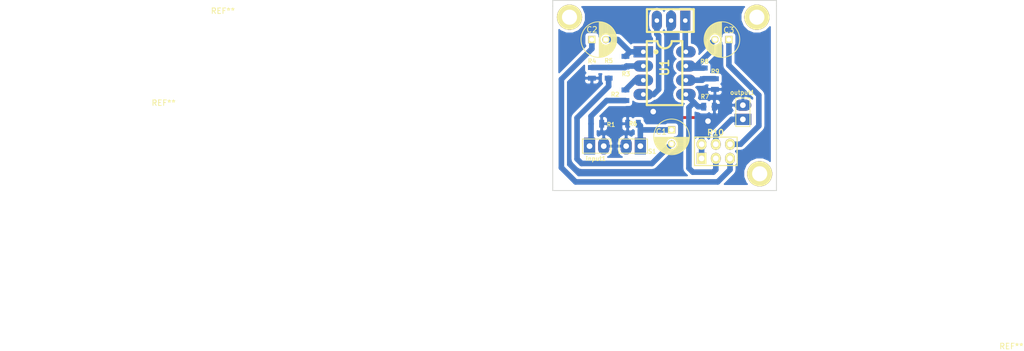
<source format=kicad_pcb>
(kicad_pcb (version 4) (host pcbnew 4.0.6)

  (general
    (links 32)
    (no_connects 0)
    (area 146.942857 61.05 215.35 104.700001)
    (thickness 1.6)
    (drawings 8)
    (tracks 99)
    (zones 0)
    (modules 21)
    (nets 16)
  )

  (page A4)
  (layers
    (0 F.Cu signal)
    (31 B.Cu signal)
    (32 B.Adhes user)
    (33 F.Adhes user)
    (34 B.Paste user)
    (35 F.Paste user)
    (36 B.SilkS user)
    (37 F.SilkS user)
    (38 B.Mask user)
    (39 F.Mask user)
    (40 Dwgs.User user)
    (41 Cmts.User user)
    (42 Eco1.User user)
    (43 Eco2.User user)
    (44 Edge.Cuts user)
    (45 Margin user hide)
    (46 B.CrtYd user)
    (47 F.CrtYd user)
    (48 B.Fab user)
    (49 F.Fab user)
  )

  (setup
    (last_trace_width 0.25)
    (user_trace_width 0.5)
    (user_trace_width 0.75)
    (user_trace_width 1)
    (user_trace_width 1.25)
    (user_trace_width 1.5)
    (trace_clearance 0.2)
    (zone_clearance 0.5)
    (zone_45_only no)
    (trace_min 0.2)
    (segment_width 0.2)
    (edge_width 0.15)
    (via_size 0.6)
    (via_drill 0.4)
    (via_min_size 0.4)
    (via_min_drill 0.3)
    (user_via 2.2 1)
    (uvia_size 0.3)
    (uvia_drill 0.1)
    (uvias_allowed no)
    (uvia_min_size 0.2)
    (uvia_min_drill 0.1)
    (pcb_text_width 0.3)
    (pcb_text_size 1.5 1.5)
    (mod_edge_width 0.15)
    (mod_text_size 1 1)
    (mod_text_width 0.15)
    (pad_size 1.524 1.524)
    (pad_drill 0.762)
    (pad_to_mask_clearance 0.2)
    (aux_axis_origin 0 0)
    (visible_elements 7FFEC67F)
    (pcbplotparams
      (layerselection 0x01000_80000000)
      (usegerberextensions false)
      (excludeedgelayer false)
      (linewidth 0.100000)
      (plotframeref false)
      (viasonmask false)
      (mode 1)
      (useauxorigin false)
      (hpglpennumber 1)
      (hpglpenspeed 20)
      (hpglpendiameter 15)
      (hpglpenoverlay 2)
      (psnegative false)
      (psa4output false)
      (plotreference false)
      (plotvalue false)
      (plotinvisibletext false)
      (padsonsilk false)
      (subtractmaskfromsilk false)
      (outputformat 4)
      (mirror false)
      (drillshape 0)
      (scaleselection 1)
      (outputdirectory ""))
  )

  (net 0 "")
  (net 1 "Net-(C1-Pad2)")
  (net 2 "Net-(C1-Pad1)")
  (net 3 "Net-(C2-Pad2)")
  (net 4 "Net-(C2-Pad1)")
  (net 5 "Net-(C3-Pad2)")
  (net 6 "Net-(C3-Pad1)")
  (net 7 "Net-(R1-Pad1)")
  (net 8 GND)
  (net 9 "Net-(R10-Pad5)")
  (net 10 +V)
  (net 11 -V)
  (net 12 "Net-(R2-Pad1)")
  (net 13 "Net-(R3-Pad2)")
  (net 14 "Net-(R10-Pad2)")
  (net 15 "Net-(R8-Pad2)")

  (net_class Default "This is the default net class."
    (clearance 0.2)
    (trace_width 0.25)
    (via_dia 0.6)
    (via_drill 0.4)
    (uvia_dia 0.3)
    (uvia_drill 0.1)
    (add_net +V)
    (add_net -V)
    (add_net GND)
    (add_net "Net-(C1-Pad1)")
    (add_net "Net-(C1-Pad2)")
    (add_net "Net-(C2-Pad1)")
    (add_net "Net-(C2-Pad2)")
    (add_net "Net-(C3-Pad1)")
    (add_net "Net-(C3-Pad2)")
    (add_net "Net-(R1-Pad1)")
    (add_net "Net-(R10-Pad2)")
    (add_net "Net-(R10-Pad5)")
    (add_net "Net-(R2-Pad1)")
    (add_net "Net-(R3-Pad2)")
    (add_net "Net-(R8-Pad2)")
  )

  (module Konektori:K_2x1 (layer F.Cu) (tedit 51BDFB59) (tstamp 56F18453)
    (at 167.85 90.05)
    (descr "Connecteurs 2 pins")
    (tags "CONN DEV")
    (path /56F1790E)
    (fp_text reference input1 (at -0.15 2.24) (layer F.SilkS)
      (effects (font (size 0.762 0.762) (thickness 0.1524)))
    )
    (fp_text value K_2X1 (at 0 2.0955) (layer F.SilkS) hide
      (effects (font (size 0.762 0.762) (thickness 0.1524)))
    )
    (fp_line (start -2.54 1.27) (end -2.54 -1.27) (layer F.SilkS) (width 0.1524))
    (fp_line (start -2.54 -1.27) (end 2.54 -1.27) (layer F.SilkS) (width 0.1524))
    (fp_line (start 2.54 -1.27) (end 2.54 1.27) (layer F.SilkS) (width 0.1524))
    (fp_line (start 2.54 1.27) (end -2.54 1.27) (layer F.SilkS) (width 0.1524))
    (pad 1 thru_hole rect (at -1.27 0) (size 1.99898 2.99974) (drill 1.016) (layers *.Cu *.Mask)
      (net 7 "Net-(R1-Pad1)"))
    (pad 2 thru_hole oval (at 1.27 0) (size 1.99898 2.99974) (drill 1.016) (layers *.Cu *.Mask)
      (net 8 GND))
    (model pin_array/pins_array_2x1.wrl
      (at (xyz 0 0 0))
      (scale (xyz 1 1 1))
      (rotate (xyz 0 0 0))
    )
  )

  (module Konektori:K_2x1 (layer F.Cu) (tedit 51BDFB59) (tstamp 56F184A6)
    (at 174.4 90.05 180)
    (descr "Connecteurs 2 pins")
    (tags "CONN DEV")
    (path /56F17C69)
    (fp_text reference S1 (at -3.38 -0.95 180) (layer F.SilkS)
      (effects (font (size 0.762 0.762) (thickness 0.1524)))
    )
    (fp_text value S_1 (at 0 2.0955 180) (layer F.SilkS) hide
      (effects (font (size 0.762 0.762) (thickness 0.1524)))
    )
    (fp_line (start -2.54 1.27) (end -2.54 -1.27) (layer F.SilkS) (width 0.1524))
    (fp_line (start -2.54 -1.27) (end 2.54 -1.27) (layer F.SilkS) (width 0.1524))
    (fp_line (start 2.54 -1.27) (end 2.54 1.27) (layer F.SilkS) (width 0.1524))
    (fp_line (start 2.54 1.27) (end -2.54 1.27) (layer F.SilkS) (width 0.1524))
    (pad 1 thru_hole rect (at -1.27 0 180) (size 1.99898 2.99974) (drill 1.016) (layers *.Cu *.Mask)
      (net 2 "Net-(C1-Pad1)"))
    (pad 2 thru_hole oval (at 1.27 0 180) (size 1.99898 2.99974) (drill 1.016) (layers *.Cu *.Mask)
      (net 8 GND))
    (model pin_array/pins_array_2x1.wrl
      (at (xyz 0 0 0))
      (scale (xyz 1 1 1))
      (rotate (xyz 0 0 0))
    )
  )

  (module Capacitors_ThroughHole:C_Radial_D6.3_L11.2_P2.5 (layer F.Cu) (tedit 0) (tstamp 56F18441)
    (at 181.25 87.15 270)
    (descr "Radial Electrolytic Capacitor, Diameter 6.3mm x Length 11.2mm, Pitch 2.5mm")
    (tags "Electrolytic Capacitor")
    (path /56F17BBA)
    (fp_text reference C1 (at 0.34 1.84 360) (layer F.SilkS)
      (effects (font (size 1 1) (thickness 0.15)))
    )
    (fp_text value CP (at 6.97 -0.16 360) (layer F.Fab)
      (effects (font (size 1 1) (thickness 0.15)))
    )
    (fp_line (start 1.325 -3.149) (end 1.325 3.149) (layer F.SilkS) (width 0.15))
    (fp_line (start 1.465 -3.143) (end 1.465 3.143) (layer F.SilkS) (width 0.15))
    (fp_line (start 1.605 -3.13) (end 1.605 -0.446) (layer F.SilkS) (width 0.15))
    (fp_line (start 1.605 0.446) (end 1.605 3.13) (layer F.SilkS) (width 0.15))
    (fp_line (start 1.745 -3.111) (end 1.745 -0.656) (layer F.SilkS) (width 0.15))
    (fp_line (start 1.745 0.656) (end 1.745 3.111) (layer F.SilkS) (width 0.15))
    (fp_line (start 1.885 -3.085) (end 1.885 -0.789) (layer F.SilkS) (width 0.15))
    (fp_line (start 1.885 0.789) (end 1.885 3.085) (layer F.SilkS) (width 0.15))
    (fp_line (start 2.025 -3.053) (end 2.025 -0.88) (layer F.SilkS) (width 0.15))
    (fp_line (start 2.025 0.88) (end 2.025 3.053) (layer F.SilkS) (width 0.15))
    (fp_line (start 2.165 -3.014) (end 2.165 -0.942) (layer F.SilkS) (width 0.15))
    (fp_line (start 2.165 0.942) (end 2.165 3.014) (layer F.SilkS) (width 0.15))
    (fp_line (start 2.305 -2.968) (end 2.305 -0.981) (layer F.SilkS) (width 0.15))
    (fp_line (start 2.305 0.981) (end 2.305 2.968) (layer F.SilkS) (width 0.15))
    (fp_line (start 2.445 -2.915) (end 2.445 -0.998) (layer F.SilkS) (width 0.15))
    (fp_line (start 2.445 0.998) (end 2.445 2.915) (layer F.SilkS) (width 0.15))
    (fp_line (start 2.585 -2.853) (end 2.585 -0.996) (layer F.SilkS) (width 0.15))
    (fp_line (start 2.585 0.996) (end 2.585 2.853) (layer F.SilkS) (width 0.15))
    (fp_line (start 2.725 -2.783) (end 2.725 -0.974) (layer F.SilkS) (width 0.15))
    (fp_line (start 2.725 0.974) (end 2.725 2.783) (layer F.SilkS) (width 0.15))
    (fp_line (start 2.865 -2.704) (end 2.865 -0.931) (layer F.SilkS) (width 0.15))
    (fp_line (start 2.865 0.931) (end 2.865 2.704) (layer F.SilkS) (width 0.15))
    (fp_line (start 3.005 -2.616) (end 3.005 -0.863) (layer F.SilkS) (width 0.15))
    (fp_line (start 3.005 0.863) (end 3.005 2.616) (layer F.SilkS) (width 0.15))
    (fp_line (start 3.145 -2.516) (end 3.145 -0.764) (layer F.SilkS) (width 0.15))
    (fp_line (start 3.145 0.764) (end 3.145 2.516) (layer F.SilkS) (width 0.15))
    (fp_line (start 3.285 -2.404) (end 3.285 -0.619) (layer F.SilkS) (width 0.15))
    (fp_line (start 3.285 0.619) (end 3.285 2.404) (layer F.SilkS) (width 0.15))
    (fp_line (start 3.425 -2.279) (end 3.425 -0.38) (layer F.SilkS) (width 0.15))
    (fp_line (start 3.425 0.38) (end 3.425 2.279) (layer F.SilkS) (width 0.15))
    (fp_line (start 3.565 -2.136) (end 3.565 2.136) (layer F.SilkS) (width 0.15))
    (fp_line (start 3.705 -1.974) (end 3.705 1.974) (layer F.SilkS) (width 0.15))
    (fp_line (start 3.845 -1.786) (end 3.845 1.786) (layer F.SilkS) (width 0.15))
    (fp_line (start 3.985 -1.563) (end 3.985 1.563) (layer F.SilkS) (width 0.15))
    (fp_line (start 4.125 -1.287) (end 4.125 1.287) (layer F.SilkS) (width 0.15))
    (fp_line (start 4.265 -0.912) (end 4.265 0.912) (layer F.SilkS) (width 0.15))
    (fp_circle (center 2.5 0) (end 2.5 -1) (layer F.SilkS) (width 0.15))
    (fp_circle (center 1.25 0) (end 1.25 -3.1875) (layer F.SilkS) (width 0.15))
    (fp_circle (center 1.25 0) (end 1.25 -3.4) (layer F.CrtYd) (width 0.05))
    (pad 2 thru_hole circle (at 2.5 0 270) (size 1.3 1.3) (drill 0.8) (layers *.Cu *.Mask F.SilkS)
      (net 1 "Net-(C1-Pad2)"))
    (pad 1 thru_hole rect (at 0 0 270) (size 1.3 1.3) (drill 0.8) (layers *.Cu *.Mask F.SilkS)
      (net 2 "Net-(C1-Pad1)"))
    (model Capacitors_ThroughHole.3dshapes/C_Radial_D6.3_L11.2_P2.5.wrl
      (at (xyz 0 0 0))
      (scale (xyz 1 1 1))
      (rotate (xyz 0 0 0))
    )
  )

  (module "Elektronicki elementi:R_SMD_0805_NoSilk" (layer B.Cu) (tedit 53A2E750) (tstamp 56F18466)
    (at 167.8025 86.05)
    (path /56F17A0A)
    (attr smd)
    (fp_text reference R1 (at 2.6175 0.16) (layer F.SilkS)
      (effects (font (size 0.762 0.762) (thickness 0.1524)))
    )
    (fp_text value R (at 0 0) (layer B.SilkS) hide
      (effects (font (size 0.635 0.635) (thickness 0.127)) (justify mirror))
    )
    (pad 1 smd rect (at -0.9525 0) (size 0.889 1.397) (layers B.Cu B.Paste B.Mask)
      (net 7 "Net-(R1-Pad1)"))
    (pad 2 smd rect (at 0.9525 0) (size 0.889 1.397) (layers B.Cu B.Paste B.Mask)
      (net 8 GND))
    (model smd/chip_cms.wrl
      (at (xyz 0 0 0))
      (scale (xyz 0.1 0.1 0.1))
      (rotate (xyz 0 0 0))
    )
  )

  (module "Elektronicki elementi:R_SMD_0805_NoSilk" (layer B.Cu) (tedit 53A2E750) (tstamp 56F18484)
    (at 174.3525 86.05 180)
    (path /56F17CE4)
    (attr smd)
    (fp_text reference R6 (at 0 0 180) (layer F.SilkS)
      (effects (font (size 0.762 0.762) (thickness 0.1524)))
    )
    (fp_text value R (at 0 0 180) (layer B.SilkS) hide
      (effects (font (size 0.635 0.635) (thickness 0.127)) (justify mirror))
    )
    (pad 1 smd rect (at -0.9525 0 180) (size 0.889 1.397) (layers B.Cu B.Paste B.Mask)
      (net 2 "Net-(C1-Pad1)"))
    (pad 2 smd rect (at 0.9525 0 180) (size 0.889 1.397) (layers B.Cu B.Paste B.Mask)
      (net 8 GND))
    (model smd/chip_cms.wrl
      (at (xyz 0 0 0))
      (scale (xyz 0.1 0.1 0.1))
      (rotate (xyz 0 0 0))
    )
  )

  (module Capacitors_ThroughHole:C_Radial_D6.3_L11.2_P2.5 (layer F.Cu) (tedit 0) (tstamp 56F18447)
    (at 167 71)
    (descr "Radial Electrolytic Capacitor, Diameter 6.3mm x Length 11.2mm, Pitch 2.5mm")
    (tags "Electrolytic Capacitor")
    (path /56F17D59)
    (fp_text reference C2 (at 0.01 -1.78) (layer F.SilkS)
      (effects (font (size 1 1) (thickness 0.15)))
    )
    (fp_text value CP (at -9.69 1.9) (layer F.Fab)
      (effects (font (size 1 1) (thickness 0.15)))
    )
    (fp_line (start 1.325 -3.149) (end 1.325 3.149) (layer F.SilkS) (width 0.15))
    (fp_line (start 1.465 -3.143) (end 1.465 3.143) (layer F.SilkS) (width 0.15))
    (fp_line (start 1.605 -3.13) (end 1.605 -0.446) (layer F.SilkS) (width 0.15))
    (fp_line (start 1.605 0.446) (end 1.605 3.13) (layer F.SilkS) (width 0.15))
    (fp_line (start 1.745 -3.111) (end 1.745 -0.656) (layer F.SilkS) (width 0.15))
    (fp_line (start 1.745 0.656) (end 1.745 3.111) (layer F.SilkS) (width 0.15))
    (fp_line (start 1.885 -3.085) (end 1.885 -0.789) (layer F.SilkS) (width 0.15))
    (fp_line (start 1.885 0.789) (end 1.885 3.085) (layer F.SilkS) (width 0.15))
    (fp_line (start 2.025 -3.053) (end 2.025 -0.88) (layer F.SilkS) (width 0.15))
    (fp_line (start 2.025 0.88) (end 2.025 3.053) (layer F.SilkS) (width 0.15))
    (fp_line (start 2.165 -3.014) (end 2.165 -0.942) (layer F.SilkS) (width 0.15))
    (fp_line (start 2.165 0.942) (end 2.165 3.014) (layer F.SilkS) (width 0.15))
    (fp_line (start 2.305 -2.968) (end 2.305 -0.981) (layer F.SilkS) (width 0.15))
    (fp_line (start 2.305 0.981) (end 2.305 2.968) (layer F.SilkS) (width 0.15))
    (fp_line (start 2.445 -2.915) (end 2.445 -0.998) (layer F.SilkS) (width 0.15))
    (fp_line (start 2.445 0.998) (end 2.445 2.915) (layer F.SilkS) (width 0.15))
    (fp_line (start 2.585 -2.853) (end 2.585 -0.996) (layer F.SilkS) (width 0.15))
    (fp_line (start 2.585 0.996) (end 2.585 2.853) (layer F.SilkS) (width 0.15))
    (fp_line (start 2.725 -2.783) (end 2.725 -0.974) (layer F.SilkS) (width 0.15))
    (fp_line (start 2.725 0.974) (end 2.725 2.783) (layer F.SilkS) (width 0.15))
    (fp_line (start 2.865 -2.704) (end 2.865 -0.931) (layer F.SilkS) (width 0.15))
    (fp_line (start 2.865 0.931) (end 2.865 2.704) (layer F.SilkS) (width 0.15))
    (fp_line (start 3.005 -2.616) (end 3.005 -0.863) (layer F.SilkS) (width 0.15))
    (fp_line (start 3.005 0.863) (end 3.005 2.616) (layer F.SilkS) (width 0.15))
    (fp_line (start 3.145 -2.516) (end 3.145 -0.764) (layer F.SilkS) (width 0.15))
    (fp_line (start 3.145 0.764) (end 3.145 2.516) (layer F.SilkS) (width 0.15))
    (fp_line (start 3.285 -2.404) (end 3.285 -0.619) (layer F.SilkS) (width 0.15))
    (fp_line (start 3.285 0.619) (end 3.285 2.404) (layer F.SilkS) (width 0.15))
    (fp_line (start 3.425 -2.279) (end 3.425 -0.38) (layer F.SilkS) (width 0.15))
    (fp_line (start 3.425 0.38) (end 3.425 2.279) (layer F.SilkS) (width 0.15))
    (fp_line (start 3.565 -2.136) (end 3.565 2.136) (layer F.SilkS) (width 0.15))
    (fp_line (start 3.705 -1.974) (end 3.705 1.974) (layer F.SilkS) (width 0.15))
    (fp_line (start 3.845 -1.786) (end 3.845 1.786) (layer F.SilkS) (width 0.15))
    (fp_line (start 3.985 -1.563) (end 3.985 1.563) (layer F.SilkS) (width 0.15))
    (fp_line (start 4.125 -1.287) (end 4.125 1.287) (layer F.SilkS) (width 0.15))
    (fp_line (start 4.265 -0.912) (end 4.265 0.912) (layer F.SilkS) (width 0.15))
    (fp_circle (center 2.5 0) (end 2.5 -1) (layer F.SilkS) (width 0.15))
    (fp_circle (center 1.25 0) (end 1.25 -3.1875) (layer F.SilkS) (width 0.15))
    (fp_circle (center 1.25 0) (end 1.25 -3.4) (layer F.CrtYd) (width 0.05))
    (pad 2 thru_hole circle (at 2.5 0) (size 1.3 1.3) (drill 0.8) (layers *.Cu *.Mask F.SilkS)
      (net 3 "Net-(C2-Pad2)"))
    (pad 1 thru_hole rect (at 0 0) (size 1.3 1.3) (drill 0.8) (layers *.Cu *.Mask F.SilkS)
      (net 4 "Net-(C2-Pad1)"))
    (model Capacitors_ThroughHole.3dshapes/C_Radial_D6.3_L11.2_P2.5.wrl
      (at (xyz 0 0 0))
      (scale (xyz 1 1 1))
      (rotate (xyz 0 0 0))
    )
  )

  (module Capacitors_ThroughHole:C_Radial_D6.3_L11.2_P2.5 (layer F.Cu) (tedit 0) (tstamp 56F1844D)
    (at 191.5 71 180)
    (descr "Radial Electrolytic Capacitor, Diameter 6.3mm x Length 11.2mm, Pitch 2.5mm")
    (tags "Electrolytic Capacitor")
    (path /56F1961B)
    (fp_text reference C3 (at 0.01 1.69 180) (layer F.SilkS)
      (effects (font (size 1 1) (thickness 0.15)))
    )
    (fp_text value CP (at -4.22 0.31 180) (layer F.Fab)
      (effects (font (size 1 1) (thickness 0.15)))
    )
    (fp_line (start 1.325 -3.149) (end 1.325 3.149) (layer F.SilkS) (width 0.15))
    (fp_line (start 1.465 -3.143) (end 1.465 3.143) (layer F.SilkS) (width 0.15))
    (fp_line (start 1.605 -3.13) (end 1.605 -0.446) (layer F.SilkS) (width 0.15))
    (fp_line (start 1.605 0.446) (end 1.605 3.13) (layer F.SilkS) (width 0.15))
    (fp_line (start 1.745 -3.111) (end 1.745 -0.656) (layer F.SilkS) (width 0.15))
    (fp_line (start 1.745 0.656) (end 1.745 3.111) (layer F.SilkS) (width 0.15))
    (fp_line (start 1.885 -3.085) (end 1.885 -0.789) (layer F.SilkS) (width 0.15))
    (fp_line (start 1.885 0.789) (end 1.885 3.085) (layer F.SilkS) (width 0.15))
    (fp_line (start 2.025 -3.053) (end 2.025 -0.88) (layer F.SilkS) (width 0.15))
    (fp_line (start 2.025 0.88) (end 2.025 3.053) (layer F.SilkS) (width 0.15))
    (fp_line (start 2.165 -3.014) (end 2.165 -0.942) (layer F.SilkS) (width 0.15))
    (fp_line (start 2.165 0.942) (end 2.165 3.014) (layer F.SilkS) (width 0.15))
    (fp_line (start 2.305 -2.968) (end 2.305 -0.981) (layer F.SilkS) (width 0.15))
    (fp_line (start 2.305 0.981) (end 2.305 2.968) (layer F.SilkS) (width 0.15))
    (fp_line (start 2.445 -2.915) (end 2.445 -0.998) (layer F.SilkS) (width 0.15))
    (fp_line (start 2.445 0.998) (end 2.445 2.915) (layer F.SilkS) (width 0.15))
    (fp_line (start 2.585 -2.853) (end 2.585 -0.996) (layer F.SilkS) (width 0.15))
    (fp_line (start 2.585 0.996) (end 2.585 2.853) (layer F.SilkS) (width 0.15))
    (fp_line (start 2.725 -2.783) (end 2.725 -0.974) (layer F.SilkS) (width 0.15))
    (fp_line (start 2.725 0.974) (end 2.725 2.783) (layer F.SilkS) (width 0.15))
    (fp_line (start 2.865 -2.704) (end 2.865 -0.931) (layer F.SilkS) (width 0.15))
    (fp_line (start 2.865 0.931) (end 2.865 2.704) (layer F.SilkS) (width 0.15))
    (fp_line (start 3.005 -2.616) (end 3.005 -0.863) (layer F.SilkS) (width 0.15))
    (fp_line (start 3.005 0.863) (end 3.005 2.616) (layer F.SilkS) (width 0.15))
    (fp_line (start 3.145 -2.516) (end 3.145 -0.764) (layer F.SilkS) (width 0.15))
    (fp_line (start 3.145 0.764) (end 3.145 2.516) (layer F.SilkS) (width 0.15))
    (fp_line (start 3.285 -2.404) (end 3.285 -0.619) (layer F.SilkS) (width 0.15))
    (fp_line (start 3.285 0.619) (end 3.285 2.404) (layer F.SilkS) (width 0.15))
    (fp_line (start 3.425 -2.279) (end 3.425 -0.38) (layer F.SilkS) (width 0.15))
    (fp_line (start 3.425 0.38) (end 3.425 2.279) (layer F.SilkS) (width 0.15))
    (fp_line (start 3.565 -2.136) (end 3.565 2.136) (layer F.SilkS) (width 0.15))
    (fp_line (start 3.705 -1.974) (end 3.705 1.974) (layer F.SilkS) (width 0.15))
    (fp_line (start 3.845 -1.786) (end 3.845 1.786) (layer F.SilkS) (width 0.15))
    (fp_line (start 3.985 -1.563) (end 3.985 1.563) (layer F.SilkS) (width 0.15))
    (fp_line (start 4.125 -1.287) (end 4.125 1.287) (layer F.SilkS) (width 0.15))
    (fp_line (start 4.265 -0.912) (end 4.265 0.912) (layer F.SilkS) (width 0.15))
    (fp_circle (center 2.5 0) (end 2.5 -1) (layer F.SilkS) (width 0.15))
    (fp_circle (center 1.25 0) (end 1.25 -3.1875) (layer F.SilkS) (width 0.15))
    (fp_circle (center 1.25 0) (end 1.25 -3.4) (layer F.CrtYd) (width 0.05))
    (pad 2 thru_hole circle (at 2.5 0 180) (size 1.3 1.3) (drill 0.8) (layers *.Cu *.Mask F.SilkS)
      (net 5 "Net-(C3-Pad2)"))
    (pad 1 thru_hole rect (at 0 0 180) (size 1.3 1.3) (drill 0.8) (layers *.Cu *.Mask F.SilkS)
      (net 6 "Net-(C3-Pad1)"))
    (model Capacitors_ThroughHole.3dshapes/C_Radial_D6.3_L11.2_P2.5.wrl
      (at (xyz 0 0 0))
      (scale (xyz 1 1 1))
      (rotate (xyz 0 0 0))
    )
  )

  (module Konektori:K_2x1 (layer F.Cu) (tedit 51BDFB59) (tstamp 56F18459)
    (at 194 84 90)
    (descr "Connecteurs 2 pins")
    (tags "CONN DEV")
    (path /56F1AA31)
    (fp_text reference output1 (at 3.53 -0.09 180) (layer F.SilkS)
      (effects (font (size 0.762 0.762) (thickness 0.1524)))
    )
    (fp_text value K_2X1 (at 0 2.0955 90) (layer F.SilkS) hide
      (effects (font (size 0.762 0.762) (thickness 0.1524)))
    )
    (fp_line (start -2.54 1.27) (end -2.54 -1.27) (layer F.SilkS) (width 0.1524))
    (fp_line (start -2.54 -1.27) (end 2.54 -1.27) (layer F.SilkS) (width 0.1524))
    (fp_line (start 2.54 -1.27) (end 2.54 1.27) (layer F.SilkS) (width 0.1524))
    (fp_line (start 2.54 1.27) (end -2.54 1.27) (layer F.SilkS) (width 0.1524))
    (pad 1 thru_hole rect (at -1.27 0 90) (size 1.99898 2.99974) (drill 1.016) (layers *.Cu *.Mask)
      (net 9 "Net-(R10-Pad5)"))
    (pad 2 thru_hole oval (at 1.27 0 90) (size 1.99898 2.99974) (drill 1.016) (layers *.Cu *.Mask)
      (net 8 GND))
    (model pin_array/pins_array_2x1.wrl
      (at (xyz 0 0 0))
      (scale (xyz 1 1 1))
      (rotate (xyz 0 0 0))
    )
  )

  (module Konektori:K_3x1_PIN_R2,54 (layer F.Cu) (tedit 529C6A5F) (tstamp 56F18460)
    (at 181.16 67.6 180)
    (path /56F1B470)
    (fp_text reference power1 (at -0.6096 -4.7752 180) (layer F.SilkS) hide
      (effects (font (thickness 0.3048)))
    )
    (fp_text value K_3X1 (at 0 5.1308 180) (layer F.SilkS) hide
      (effects (font (thickness 0.3048)))
    )
    (fp_line (start 4.318 2.032) (end 4.318 -2.032) (layer F.SilkS) (width 0.381))
    (fp_line (start 4.318 -2.032) (end -4.064 -2.032) (layer F.SilkS) (width 0.381))
    (fp_line (start -4.064 -2.032) (end -4.064 2.032) (layer F.SilkS) (width 0.381))
    (fp_line (start -4.064 2.032) (end 4.318 2.032) (layer F.SilkS) (width 0.381))
    (pad 1 thru_hole rect (at -2.54 0 180) (size 1.80086 3.50012) (drill 0.8128) (layers *.Cu *.Mask)
      (net 10 +V))
    (pad 2 thru_hole oval (at 0 0 180) (size 1.80086 3.50012) (drill 0.8128) (layers *.Cu *.Mask)
      (net 8 GND))
    (pad 3 thru_hole oval (at 2.54 0 180) (size 1.80086 3.50012) (drill 0.8128) (layers *.Cu *.Mask)
      (net 11 -V))
    (model pin_array/pins_array_3x1.wrl
      (at (xyz 0 0 0))
      (scale (xyz 1 1 1))
      (rotate (xyz 0 0 0))
    )
  )

  (module "Elektronicki elementi:R_SMD_0805_NoSilk" (layer B.Cu) (tedit 53A2E750) (tstamp 56F1846C)
    (at 173 80.9525 270)
    (path /56F1798F)
    (attr smd)
    (fp_text reference R2 (at -0.1325 1.85 360) (layer F.SilkS)
      (effects (font (size 0.762 0.762) (thickness 0.1524)))
    )
    (fp_text value R (at 0 0 270) (layer B.SilkS) hide
      (effects (font (size 0.635 0.635) (thickness 0.127)) (justify mirror))
    )
    (pad 1 smd rect (at -0.9525 0 270) (size 0.889 1.397) (layers B.Cu B.Paste B.Mask)
      (net 12 "Net-(R2-Pad1)"))
    (pad 2 smd rect (at 0.9525 0 270) (size 0.889 1.397) (layers B.Cu B.Paste B.Mask)
      (net 7 "Net-(R1-Pad1)"))
    (model smd/chip_cms.wrl
      (at (xyz 0 0 0))
      (scale (xyz 0.1 0.1 0.1))
      (rotate (xyz 0 0 0))
    )
  )

  (module "Elektronicki elementi:R_SMD_0805_NoSilk" (layer B.Cu) (tedit 53A2E750) (tstamp 56F18472)
    (at 173 74.9525 270)
    (path /56F17A5F)
    (attr smd)
    (fp_text reference R3 (at 2.1975 -0.09 360) (layer F.SilkS)
      (effects (font (size 0.762 0.762) (thickness 0.1524)))
    )
    (fp_text value R (at 0 0 270) (layer B.SilkS) hide
      (effects (font (size 0.635 0.635) (thickness 0.127)) (justify mirror))
    )
    (pad 1 smd rect (at -0.9525 0 270) (size 0.889 1.397) (layers B.Cu B.Paste B.Mask)
      (net 3 "Net-(C2-Pad2)"))
    (pad 2 smd rect (at 0.9525 0 270) (size 0.889 1.397) (layers B.Cu B.Paste B.Mask)
      (net 13 "Net-(R3-Pad2)"))
    (model smd/chip_cms.wrl
      (at (xyz 0 0 0))
      (scale (xyz 0.1 0.1 0.1))
      (rotate (xyz 0 0 0))
    )
  )

  (module "Elektronicki elementi:R_SMD_0805_NoSilk" (layer B.Cu) (tedit 53A2E750) (tstamp 56F18478)
    (at 167 76.9525 270)
    (path /56F17B63)
    (attr smd)
    (fp_text reference R4 (at -2.1025 -0.03 360) (layer F.SilkS)
      (effects (font (size 0.762 0.762) (thickness 0.1524)))
    )
    (fp_text value R (at 0 0 270) (layer B.SilkS) hide
      (effects (font (size 0.635 0.635) (thickness 0.127)) (justify mirror))
    )
    (pad 1 smd rect (at -0.9525 0 270) (size 0.889 1.397) (layers B.Cu B.Paste B.Mask)
      (net 13 "Net-(R3-Pad2)"))
    (pad 2 smd rect (at 0.9525 0 270) (size 0.889 1.397) (layers B.Cu B.Paste B.Mask)
      (net 8 GND))
    (model smd/chip_cms.wrl
      (at (xyz 0 0 0))
      (scale (xyz 0.1 0.1 0.1))
      (rotate (xyz 0 0 0))
    )
  )

  (module "Elektronicki elementi:R_SMD_0805_NoSilk" (layer B.Cu) (tedit 53A2E750) (tstamp 56F1847E)
    (at 170 76.9525 90)
    (path /56F17AD2)
    (attr smd)
    (fp_text reference R5 (at 2.1725 0.01 180) (layer F.SilkS)
      (effects (font (size 0.762 0.762) (thickness 0.1524)))
    )
    (fp_text value R (at 0 0 90) (layer B.SilkS) hide
      (effects (font (size 0.635 0.635) (thickness 0.127)) (justify mirror))
    )
    (pad 1 smd rect (at -0.9525 0 90) (size 0.889 1.397) (layers B.Cu B.Paste B.Mask)
      (net 1 "Net-(C1-Pad2)"))
    (pad 2 smd rect (at 0.9525 0 90) (size 0.889 1.397) (layers B.Cu B.Paste B.Mask)
      (net 13 "Net-(R3-Pad2)"))
    (model smd/chip_cms.wrl
      (at (xyz 0 0 0))
      (scale (xyz 0.1 0.1 0.1))
      (rotate (xyz 0 0 0))
    )
  )

  (module "Elektronicki elementi:R_SMD_0805_NoSilk" (layer B.Cu) (tedit 53A2E750) (tstamp 56F1848A)
    (at 187.9525 83)
    (path /56F194AE)
    (attr smd)
    (fp_text reference R7 (at -0.7425 -1.8) (layer F.SilkS)
      (effects (font (size 0.762 0.762) (thickness 0.1524)))
    )
    (fp_text value R (at 0 0) (layer B.SilkS) hide
      (effects (font (size 0.635 0.635) (thickness 0.127)) (justify mirror))
    )
    (pad 1 smd rect (at -0.9525 0) (size 0.889 1.397) (layers B.Cu B.Paste B.Mask)
      (net 14 "Net-(R10-Pad2)"))
    (pad 2 smd rect (at 0.9525 0) (size 0.889 1.397) (layers B.Cu B.Paste B.Mask)
      (net 8 GND))
    (model smd/chip_cms.wrl
      (at (xyz 0 0 0))
      (scale (xyz 0.1 0.1 0.1))
      (rotate (xyz 0 0 0))
    )
  )

  (module "Elektronicki elementi:R_SMD_0805_NoSilk" (layer B.Cu) (tedit 53A2E750) (tstamp 56F18490)
    (at 187 77.0475 270)
    (path /56F195BA)
    (attr smd)
    (fp_text reference R8 (at -2.1175 -0.13 360) (layer F.SilkS)
      (effects (font (size 0.762 0.762) (thickness 0.1524)))
    )
    (fp_text value R (at 0 0 270) (layer B.SilkS) hide
      (effects (font (size 0.635 0.635) (thickness 0.127)) (justify mirror))
    )
    (pad 1 smd rect (at -0.9525 0 270) (size 0.889 1.397) (layers B.Cu B.Paste B.Mask)
      (net 5 "Net-(C3-Pad2)"))
    (pad 2 smd rect (at 0.9525 0 270) (size 0.889 1.397) (layers B.Cu B.Paste B.Mask)
      (net 15 "Net-(R8-Pad2)"))
    (model smd/chip_cms.wrl
      (at (xyz 0 0 0))
      (scale (xyz 0.1 0.1 0.1))
      (rotate (xyz 0 0 0))
    )
  )

  (module "Elektronicki elementi:R_SMD_0805_NoSilk" (layer B.Cu) (tedit 53A2E750) (tstamp 56F18496)
    (at 189 78.9525 270)
    (path /56F19551)
    (attr smd)
    (fp_text reference R9 (at -2.2525 -0.05 360) (layer F.SilkS)
      (effects (font (size 0.762 0.762) (thickness 0.1524)))
    )
    (fp_text value R (at 0 0 270) (layer B.SilkS) hide
      (effects (font (size 0.635 0.635) (thickness 0.127)) (justify mirror))
    )
    (pad 1 smd rect (at -0.9525 0 270) (size 0.889 1.397) (layers B.Cu B.Paste B.Mask)
      (net 15 "Net-(R8-Pad2)"))
    (pad 2 smd rect (at 0.9525 0 270) (size 0.889 1.397) (layers B.Cu B.Paste B.Mask)
      (net 8 GND))
    (model smd/chip_cms.wrl
      (at (xyz 0 0 0))
      (scale (xyz 0.1 0.1 0.1))
      (rotate (xyz 0 0 0))
    )
  )

  (module Konektori:K_3X2 (layer F.Cu) (tedit 512DE4CE) (tstamp 56F184A0)
    (at 189.16 90.98)
    (descr "Double rangee de contacts 2 x 4 pins")
    (tags CONN)
    (path /56F25677)
    (fp_text reference R10 (at -0.05 -3.36) (layer F.SilkS)
      (effects (font (size 1.016 1.016) (thickness 0.2032)))
    )
    (fp_text value R_POT_2 (at 0 3.81) (layer F.SilkS) hide
      (effects (font (size 1.016 1.016) (thickness 0.2032)))
    )
    (fp_line (start 3.81 2.54) (end -3.81 2.54) (layer F.SilkS) (width 0.2032))
    (fp_line (start -3.81 -2.54) (end 3.81 -2.54) (layer F.SilkS) (width 0.2032))
    (fp_line (start 3.81 -2.54) (end 3.81 2.54) (layer F.SilkS) (width 0.2032))
    (fp_line (start -3.81 2.54) (end -3.81 -2.54) (layer F.SilkS) (width 0.2032))
    (pad 1 thru_hole rect (at -2.54 1.27) (size 1.75006 1.99898) (drill 1.016) (layers *.Cu *.Mask F.SilkS)
      (net 8 GND))
    (pad 4 thru_hole oval (at -2.54 -1.27) (size 1.75006 1.99898) (drill 1.016) (layers *.Cu *.Mask F.SilkS)
      (net 8 GND))
    (pad 2 thru_hole oval (at 0 1.27) (size 1.75006 1.99898) (drill 1.016) (layers *.Cu *.Mask F.SilkS)
      (net 14 "Net-(R10-Pad2)"))
    (pad 5 thru_hole oval (at 0 -1.27) (size 1.75006 1.99898) (drill 1.016) (layers *.Cu *.Mask F.SilkS)
      (net 9 "Net-(R10-Pad5)"))
    (pad 3 thru_hole oval (at 2.54 1.27) (size 1.75006 1.99898) (drill 1.016) (layers *.Cu *.Mask F.SilkS)
      (net 4 "Net-(C2-Pad1)"))
    (pad 6 thru_hole oval (at 2.54 -1.27) (size 1.75006 1.99898) (drill 1.016) (layers *.Cu *.Mask F.SilkS)
      (net 6 "Net-(C3-Pad1)"))
    (model pin_array/pins_array_3x2.wrl
      (at (xyz 0 0 0))
      (scale (xyz 1 1 1))
      (rotate (xyz 0 0 0))
    )
  )

  (module "Elektronicki elementi:DIP-8" (layer F.Cu) (tedit 56F18473) (tstamp 56F184B2)
    (at 180 77 270)
    (path /56F1793E)
    (fp_text reference U1 (at -1 0 270) (layer F.SilkS)
      (effects (font (thickness 0.3048)))
    )
    (fp_text value TL072 (at 0 7.62 270) (layer F.SilkS) hide
      (effects (font (thickness 0.3048)))
    )
    (fp_arc (start -5.715 0) (end -4.445 0) (angle 90) (layer F.SilkS) (width 0.381))
    (fp_arc (start -5.715 0) (end -5.715 -1.27) (angle 90) (layer F.SilkS) (width 0.381))
    (fp_line (start -5.715 -3.175) (end -5.715 -1.27) (layer F.SilkS) (width 0.381))
    (fp_line (start -5.715 1.27) (end -5.715 3.175) (layer F.SilkS) (width 0.381))
    (fp_line (start -5.715 3.175) (end 5.715 3.175) (layer F.SilkS) (width 0.381))
    (fp_line (start 5.715 3.175) (end 5.715 -3.175) (layer F.SilkS) (width 0.381))
    (fp_line (start 5.715 -3.175) (end -5.715 -3.175) (layer F.SilkS) (width 0.381))
    (fp_line (start -4.064 1.524) (end -3.556 1.524) (layer F.SilkS) (width 0.381))
    (fp_circle (center -3.81 1.524) (end -3.556 1.524) (layer F.SilkS) (width 0.381))
    (pad 1 thru_hole rect (at -3.81 3.81 270) (size 1.99898 3.50012) (drill 0.8128) (layers *.Cu)
      (net 3 "Net-(C2-Pad2)"))
    (pad 2 thru_hole oval (at -1.27 3.81 270) (size 1.99898 3.50012) (drill 0.8128) (layers *.Cu)
      (net 13 "Net-(R3-Pad2)"))
    (pad 3 thru_hole oval (at 1.27 3.81 270) (size 1.99898 3.50012) (drill 0.8128) (layers *.Cu)
      (net 12 "Net-(R2-Pad1)"))
    (pad 4 thru_hole oval (at 3.81 3.81 270) (size 1.99898 3.50012) (drill 0.8128) (layers *.Cu)
      (net 11 -V))
    (pad 5 thru_hole oval (at 3.81 -3.81 270) (size 1.99898 3.50012) (drill 0.8128) (layers *.Cu)
      (net 14 "Net-(R10-Pad2)"))
    (pad 6 thru_hole oval (at 1.27 -3.81 270) (size 1.99898 3.50012) (drill 0.8128) (layers *.Cu)
      (net 15 "Net-(R8-Pad2)"))
    (pad 7 thru_hole oval (at -1.27 -3.81 270) (size 1.99898 3.50012) (drill 0.8128) (layers *.Cu)
      (net 5 "Net-(C3-Pad2)"))
    (pad 8 thru_hole oval (at -3.81 -3.81 270) (size 1.99898 3.50012) (drill 0.8128) (layers *.Cu)
      (net 10 +V))
    (model dil/dil_8.wrl
      (at (xyz 0 0 0))
      (scale (xyz 1 1 1))
      (rotate (xyz 0 0 0))
    )
  )

  (module Mounting_Holes:MountingHole_2.7mm_M2.5_ISO14580_Pad (layer F.Cu) (tedit 56D1B4CB) (tstamp 5707AE1E)
    (at 163 67)
    (descr "Mounting Hole 2.7mm, M2.5, ISO14580")
    (tags "mounting hole 2.7mm m2.5 iso14580")
    (fp_text reference REF** (at -61.96 -1.12) (layer F.SilkS)
      (effects (font (size 1 1) (thickness 0.15)))
    )
    (fp_text value MountingHole_2.7mm_M2.5_ISO14580_Pad (at -71.03 6.23) (layer F.Fab)
      (effects (font (size 1 1) (thickness 0.15)))
    )
    (fp_circle (center 0 0) (end 2.25 0) (layer Cmts.User) (width 0.15))
    (fp_circle (center 0 0) (end 2.5 0) (layer F.CrtYd) (width 0.05))
    (pad 1 thru_hole circle (at 0 0) (size 4.5 4.5) (drill 2.7) (layers *.Cu *.Mask F.SilkS))
  )

  (module Mounting_Holes:MountingHole_2.7mm_M2.5_ISO14580_Pad (layer F.Cu) (tedit 56D1B4CB) (tstamp 5707AE25)
    (at 196.5 67)
    (descr "Mounting Hole 2.7mm, M2.5, ISO14580")
    (tags "mounting hole 2.7mm m2.5 iso14580")
    (fp_text reference REF** (at -106.06 15.32) (layer F.SilkS)
      (effects (font (size 1 1) (thickness 0.15)))
    )
    (fp_text value MountingHole_2.7mm_M2.5_ISO14580_Pad (at -119.34 26.1) (layer F.Fab)
      (effects (font (size 1 1) (thickness 0.15)))
    )
    (fp_circle (center 0 0) (end 2.25 0) (layer Cmts.User) (width 0.15))
    (fp_circle (center 0 0) (end 2.5 0) (layer F.CrtYd) (width 0.05))
    (pad 1 thru_hole circle (at 0 0) (size 4.5 4.5) (drill 2.7) (layers *.Cu *.Mask F.SilkS))
  )

  (module Mounting_Holes:MountingHole_2.7mm_M2.5_ISO14580_Pad (layer F.Cu) (tedit 56D1B4CB) (tstamp 5707AE2C)
    (at 197 95)
    (descr "Mounting Hole 2.7mm, M2.5, ISO14580")
    (tags "mounting hole 2.7mm m2.5 iso14580")
    (fp_text reference REF** (at 45.01 30.84) (layer F.SilkS)
      (effects (font (size 1 1) (thickness 0.15)))
    )
    (fp_text value MountingHole_2.7mm_M2.5_ISO14580_Pad (at -119.67 6.49) (layer F.Fab)
      (effects (font (size 1 1) (thickness 0.15)))
    )
    (fp_circle (center 0 0) (end 2.25 0) (layer Cmts.User) (width 0.15))
    (fp_circle (center 0 0) (end 2.5 0) (layer F.CrtYd) (width 0.05))
    (pad 1 thru_hole circle (at 0 0) (size 4.5 4.5) (drill 2.7) (layers *.Cu *.Mask F.SilkS))
  )

  (dimension 34 (width 0.3) (layer Margin)
    (gr_text "34,000 mm" (at 208.85 81 270) (layer Margin)
      (effects (font (size 1.5 1.5) (thickness 0.3)))
    )
    (feature1 (pts (xy 200 98) (xy 210.2 98)))
    (feature2 (pts (xy 200 64) (xy 210.2 64)))
    (crossbar (pts (xy 207.5 64) (xy 207.5 98)))
    (arrow1a (pts (xy 207.5 98) (xy 206.913579 96.873496)))
    (arrow1b (pts (xy 207.5 98) (xy 208.086421 96.873496)))
    (arrow2a (pts (xy 207.5 64) (xy 206.913579 65.126504)))
    (arrow2b (pts (xy 207.5 64) (xy 208.086421 65.126504)))
  )
  (dimension 40 (width 0.3) (layer Margin)
    (gr_text "40,000 mm" (at 180 103.35) (layer Margin)
      (effects (font (size 1.5 1.5) (thickness 0.3)))
    )
    (feature1 (pts (xy 200 98) (xy 200 104.7)))
    (feature2 (pts (xy 160 98) (xy 160 104.7)))
    (crossbar (pts (xy 160 102) (xy 200 102)))
    (arrow1a (pts (xy 200 102) (xy 198.873496 102.586421)))
    (arrow1b (pts (xy 200 102) (xy 198.873496 101.413579)))
    (arrow2a (pts (xy 160 102) (xy 161.126504 102.586421)))
    (arrow2b (pts (xy 160 102) (xy 161.126504 101.413579)))
  )
  (gr_line (start 160 98) (end 160 65) (layer Edge.Cuts) (width 0.15))
  (gr_line (start 200 98) (end 200 65) (layer Edge.Cuts) (width 0.15))
  (gr_line (start 160 64) (end 160 65) (layer Edge.Cuts) (width 0.15))
  (gr_line (start 200 64) (end 200 65) (layer Edge.Cuts) (width 0.15))
  (gr_line (start 200 64) (end 160 64) (angle 90) (layer Edge.Cuts) (width 0.15))
  (gr_line (start 160 98) (end 200 98) (angle 90) (layer Edge.Cuts) (width 0.15))

  (segment (start 170 77.905) (end 170 79.35) (width 1) (layer B.Cu) (net 1))
  (segment (start 170 79.35) (end 164.35 85) (width 1) (layer B.Cu) (net 1))
  (segment (start 164.35 85) (end 164.35 92.35) (width 1) (layer B.Cu) (net 1))
  (segment (start 164.35 92.35) (end 165.15 93.15) (width 1) (layer B.Cu) (net 1))
  (segment (start 165.15 93.15) (end 177.75 93.15) (width 1) (layer B.Cu) (net 1))
  (segment (start 177.75 93.15) (end 180.600001 90.299999) (width 1) (layer B.Cu) (net 1))
  (segment (start 180.600001 90.299999) (end 181.25 89.65) (width 1) (layer B.Cu) (net 1))
  (segment (start 175.67 86.415) (end 175.305 86.05) (width 1) (layer B.Cu) (net 2))
  (segment (start 175.87 87.15) (end 175.67 87.35) (width 1) (layer B.Cu) (net 2))
  (segment (start 175.67 87.35) (end 175.67 86.415) (width 1) (layer B.Cu) (net 2))
  (segment (start 181.25 87.15) (end 175.87 87.15) (width 1) (layer B.Cu) (net 2))
  (segment (start 175.67 90.05) (end 175.67 87.35) (width 1) (layer B.Cu) (net 2))
  (segment (start 169.5 71) (end 171.62 71) (width 1) (layer B.Cu) (net 3))
  (segment (start 171.62 71) (end 173.81 73.19) (width 1) (layer B.Cu) (net 3))
  (segment (start 176.19 73.19) (end 173.81 73.19) (width 1) (layer B.Cu) (net 3))
  (segment (start 173.81 73.19) (end 173 74) (width 1) (layer B.Cu) (net 3))
  (segment (start 191.7 92.25) (end 191.7 94.24949) (width 1) (layer B.Cu) (net 4))
  (segment (start 161.55 93.9) (end 161.55 78.1) (width 1) (layer B.Cu) (net 4))
  (segment (start 191.7 94.24949) (end 189.49948 96.45001) (width 1) (layer B.Cu) (net 4))
  (segment (start 189.49948 96.45001) (end 164.10001 96.45001) (width 1) (layer B.Cu) (net 4))
  (segment (start 164.10001 96.45001) (end 161.55 93.9) (width 1) (layer B.Cu) (net 4))
  (segment (start 161.55 78.1) (end 167 72.65) (width 1) (layer B.Cu) (net 4))
  (segment (start 167 72.65) (end 167 71) (width 1) (layer B.Cu) (net 4))
  (segment (start 189 71) (end 188.350001 71.649999) (width 1) (layer B.Cu) (net 5))
  (segment (start 188.350001 71.649999) (end 188.350001 73.049999) (width 1) (layer B.Cu) (net 5))
  (segment (start 188.350001 73.049999) (end 185.67 75.73) (width 1) (layer B.Cu) (net 5))
  (segment (start 185.67 75.73) (end 183.81 75.73) (width 1) (layer B.Cu) (net 5))
  (segment (start 187 76.095) (end 184.175 76.095) (width 1) (layer B.Cu) (net 5))
  (segment (start 184.175 76.095) (end 183.81 75.73) (width 1) (layer B.Cu) (net 5))
  (segment (start 196.85 86.1) (end 196.85 80.95) (width 1) (layer B.Cu) (net 6))
  (segment (start 191.7 89.71) (end 193.57503 89.71) (width 1) (layer B.Cu) (net 6))
  (segment (start 193.57503 89.71) (end 196.85 86.43503) (width 1) (layer B.Cu) (net 6))
  (segment (start 196.85 86.43503) (end 196.85 86.1) (width 1) (layer B.Cu) (net 6))
  (segment (start 196.85 80.95) (end 191.5 75.6) (width 1) (layer B.Cu) (net 6))
  (segment (start 191.5 75.6) (end 191.5 71) (width 1) (layer B.Cu) (net 6))
  (segment (start 173 81.905) (end 169.645 81.905) (width 1) (layer B.Cu) (net 7))
  (segment (start 169.645 81.905) (end 166.85 84.7) (width 1) (layer B.Cu) (net 7))
  (segment (start 166.85 84.7) (end 166.85 86.05) (width 1) (layer B.Cu) (net 7))
  (segment (start 166.85 89.78) (end 166.58 90.05) (width 1) (layer B.Cu) (net 7))
  (segment (start 166.85 86.05) (end 166.85 89.78) (width 1) (layer B.Cu) (net 7))
  (segment (start 186.11 84.94) (end 187.12 84.94) (width 0.5) (layer F.Cu) (net 8))
  (segment (start 177.97 83.88) (end 179.03 84.94) (width 0.5) (layer F.Cu) (net 8) (tstamp 56F18F27))
  (segment (start 179.03 84.94) (end 186.11 84.94) (width 0.5) (layer F.Cu) (net 8) (tstamp 56F18F28))
  (via (at 187.76 85.58) (size 2.2) (drill 1) (layers F.Cu B.Cu) (net 8))
  (segment (start 187.76 85.58) (end 187.23 86.11) (width 0.5) (layer B.Cu) (net 8) (tstamp 56F18F2F))
  (segment (start 187.23 86.11) (end 187.23 87.10051) (width 0.5) (layer B.Cu) (net 8) (tstamp 56F18F30))
  (via (at 177.97 83.88) (size 2.2) (drill 1) (layers F.Cu B.Cu) (net 8))
  (segment (start 187.12 84.94) (end 187.76 85.58) (width 0.5) (layer F.Cu) (net 8) (tstamp 56F18F51))
  (segment (start 177.95 83.9) (end 177.97 83.88) (width 0.5) (layer B.Cu) (net 8))
  (segment (start 167 77.905) (end 167 78.8495) (width 0.5) (layer B.Cu) (net 8))
  (segment (start 167 78.8495) (end 162.95 82.8995) (width 0.5) (layer B.Cu) (net 8))
  (segment (start 162.95 82.8995) (end 162.95 92.85) (width 0.5) (layer B.Cu) (net 8))
  (segment (start 162.95 92.85) (end 164.65 94.55) (width 0.5) (layer B.Cu) (net 8))
  (segment (start 164.65 94.55) (end 179.35 94.55) (width 0.5) (layer B.Cu) (net 8))
  (segment (start 179.35 94.55) (end 183 90.9) (width 0.5) (layer B.Cu) (net 8))
  (segment (start 183 90.9) (end 183 85.55) (width 0.5) (layer B.Cu) (net 8))
  (segment (start 183 85.55) (end 179.65 82.2) (width 0.5) (layer B.Cu) (net 8))
  (segment (start 180.9 80.95) (end 179.65 82.2) (width 1) (layer B.Cu) (net 8))
  (segment (start 179.65 82.2) (end 177.97 83.88) (width 1) (layer B.Cu) (net 8))
  (segment (start 181.16 67.6) (end 180.9 67.86) (width 1) (layer B.Cu) (net 8))
  (segment (start 180.9 67.86) (end 180.9 80.95) (width 1) (layer B.Cu) (net 8))
  (segment (start 173.4 89.78) (end 173.13 90.05) (width 1) (layer B.Cu) (net 8))
  (segment (start 168.755 89.685) (end 169.12 90.05) (width 1) (layer B.Cu) (net 8))
  (segment (start 186.62 89.71) (end 186.62 92.25) (width 1) (layer B.Cu) (net 8))
  (segment (start 188.905 83) (end 190.05 83) (width 1) (layer B.Cu) (net 8))
  (segment (start 186.62 89.71) (end 186.62 87.71051) (width 1) (layer B.Cu) (net 8))
  (segment (start 186.62 87.71051) (end 187.23 87.10051) (width 1) (layer B.Cu) (net 8))
  (segment (start 190.05 84.28051) (end 190.05 83) (width 1) (layer B.Cu) (net 8))
  (segment (start 189 82.905) (end 188.905 83) (width 1) (layer B.Cu) (net 8))
  (segment (start 193.73 83) (end 194 82.73) (width 1) (layer B.Cu) (net 8))
  (segment (start 189.16 89.71) (end 189.16 88.14) (width 1) (layer B.Cu) (net 9))
  (segment (start 189.16 88.14) (end 192.03 85.27) (width 1) (layer B.Cu) (net 9))
  (segment (start 192.03 85.27) (end 194 85.27) (width 1) (layer B.Cu) (net 9))
  (segment (start 183.7 67.6) (end 183.7 73.08) (width 1) (layer B.Cu) (net 10))
  (segment (start 183.7 73.08) (end 183.81 73.19) (width 1) (layer B.Cu) (net 10))
  (segment (start 178.62 67.6) (end 178.62 70.00963) (width 1) (layer B.Cu) (net 11))
  (segment (start 178.62 70.00963) (end 178.94006 70.32969) (width 1) (layer B.Cu) (net 11))
  (segment (start 178.94006 70.32969) (end 178.94006 79.90994) (width 1) (layer B.Cu) (net 11))
  (segment (start 178.94006 79.90994) (end 178.04 80.81) (width 1) (layer B.Cu) (net 11))
  (segment (start 178.04 80.81) (end 176.19 80.81) (width 1) (layer B.Cu) (net 11))
  (segment (start 173 80) (end 174.73 78.27) (width 1) (layer B.Cu) (net 12))
  (segment (start 174.73 78.27) (end 176.19 78.27) (width 1) (layer B.Cu) (net 12))
  (segment (start 170 76) (end 167 76) (width 1) (layer B.Cu) (net 13))
  (segment (start 176.19 75.73) (end 173.175 75.73) (width 1) (layer B.Cu) (net 13))
  (segment (start 173.175 75.73) (end 173 75.905) (width 1) (layer B.Cu) (net 13))
  (segment (start 170 76) (end 172.905 76) (width 1) (layer B.Cu) (net 13))
  (segment (start 172.905 76) (end 173 75.905) (width 1) (layer B.Cu) (net 13))
  (segment (start 189.16 92.25) (end 189.16 94.24949) (width 1) (layer B.Cu) (net 14))
  (segment (start 189.16 94.24949) (end 188.70949 94.7) (width 1) (layer B.Cu) (net 14))
  (segment (start 188.70949 94.7) (end 185.05 94.7) (width 1) (layer B.Cu) (net 14))
  (segment (start 185.05 94.7) (end 184.35 94) (width 1) (layer B.Cu) (net 14))
  (segment (start 184.35 94) (end 184.35 83.15) (width 1) (layer B.Cu) (net 14))
  (segment (start 184.35 83.15) (end 185.25 82.25) (width 1) (layer B.Cu) (net 14))
  (segment (start 186 83) (end 185.25 82.25) (width 1) (layer B.Cu) (net 14))
  (segment (start 185.25 82.25) (end 183.81 80.81) (width 1) (layer B.Cu) (net 14))
  (segment (start 187 83) (end 186 83) (width 1) (layer B.Cu) (net 14))
  (segment (start 187 78) (end 189 78) (width 1) (layer B.Cu) (net 15))
  (segment (start 183.81 78.27) (end 186.73 78.27) (width 1) (layer B.Cu) (net 15))
  (segment (start 186.73 78.27) (end 187 78) (width 1) (layer B.Cu) (net 15))

  (zone (net 8) (net_name GND) (layer B.Cu) (tstamp 0) (hatch edge 0.508)
    (connect_pads (clearance 0.5))
    (min_thickness 0.3)
    (fill yes (arc_segments 16) (thermal_gap 0.508) (thermal_bridge_width 0.508))
    (polygon
      (pts
        (xy 161 65) (xy 161 97) (xy 199 97) (xy 199 65)
      )
    )
    (filled_polygon
      (pts
        (xy 194.042933 65.355137) (xy 193.600505 66.420624) (xy 193.599498 67.574315) (xy 194.040066 68.640572) (xy 194.855137 69.457067)
        (xy 195.920624 69.899495) (xy 197.074315 69.900502) (xy 198.140572 69.459934) (xy 198.85 68.751743) (xy 198.85 92.748428)
        (xy 198.644863 92.542933) (xy 197.579376 92.100505) (xy 196.425685 92.099498) (xy 195.359428 92.540066) (xy 194.542933 93.355137)
        (xy 194.100505 94.420624) (xy 194.099498 95.574315) (xy 194.540066 96.640572) (xy 194.749129 96.85) (xy 190.725836 96.85)
        (xy 192.513173 95.062663) (xy 192.762461 94.689576) (xy 192.85 94.24949) (xy 192.85 93.377916) (xy 193.108944 92.990379)
        (xy 193.22503 92.406775) (xy 193.22503 92.093225) (xy 193.108944 91.509621) (xy 192.778359 91.014866) (xy 192.726178 90.98)
        (xy 192.778359 90.945134) (xy 192.835244 90.86) (xy 193.57503 90.86) (xy 194.015116 90.772461) (xy 194.388203 90.523173)
        (xy 197.663173 87.248203) (xy 197.912461 86.875116) (xy 198 86.43503) (xy 198 80.950005) (xy 198.000001 80.95)
        (xy 197.912461 80.509915) (xy 197.912461 80.509914) (xy 197.663173 80.136827) (xy 197.66317 80.136825) (xy 192.65 75.123654)
        (xy 192.65 72.069592) (xy 192.76052 71.907841) (xy 192.812734 71.65) (xy 192.812734 70.35) (xy 192.76741 70.109124)
        (xy 192.625053 69.887895) (xy 192.407841 69.73948) (xy 192.15 69.687266) (xy 190.85 69.687266) (xy 190.609124 69.73259)
        (xy 190.387895 69.874947) (xy 190.23948 70.092159) (xy 190.187266 70.35) (xy 190.187266 70.469165) (xy 190.102729 70.264571)
        (xy 189.737353 69.898556) (xy 189.259721 69.700226) (xy 188.742548 69.699774) (xy 188.264571 69.897271) (xy 187.898556 70.262647)
        (xy 187.747696 70.625958) (xy 187.536828 70.836826) (xy 187.28754 71.209913) (xy 187.200001 71.649999) (xy 187.200001 72.573653)
        (xy 186.175991 73.597663) (xy 186.25708 73.19) (xy 186.13152 72.558768) (xy 185.773956 72.023634) (xy 185.238822 71.66607)
        (xy 184.85 71.588728) (xy 184.85 69.961876) (xy 185.062535 69.825113) (xy 185.21095 69.607901) (xy 185.263164 69.35006)
        (xy 185.263164 65.84994) (xy 185.21784 65.609064) (xy 185.075483 65.387835) (xy 184.858271 65.23942) (xy 184.60043 65.187206)
        (xy 182.79957 65.187206) (xy 182.558694 65.23253) (xy 182.337465 65.374887) (xy 182.195002 65.583388) (xy 182.188438 65.574854)
        (xy 181.660302 65.270769) (xy 181.505968 65.230827) (xy 181.264 65.360325) (xy 181.264 67.496) (xy 181.284 67.496)
        (xy 181.284 67.704) (xy 181.264 67.704) (xy 181.264 69.839675) (xy 181.505968 69.969173) (xy 181.660302 69.929231)
        (xy 182.188438 69.625146) (xy 182.197006 69.614007) (xy 182.324517 69.812165) (xy 182.541729 69.96058) (xy 182.55 69.962255)
        (xy 182.55 71.632489) (xy 182.381178 71.66607) (xy 181.846044 72.023634) (xy 181.48848 72.558768) (xy 181.36292 73.19)
        (xy 181.48848 73.821232) (xy 181.846044 74.356366) (xy 182.001144 74.46) (xy 181.846044 74.563634) (xy 181.48848 75.098768)
        (xy 181.36292 75.73) (xy 181.48848 76.361232) (xy 181.846044 76.896366) (xy 182.001144 77) (xy 181.846044 77.103634)
        (xy 181.48848 77.638768) (xy 181.36292 78.27) (xy 181.48848 78.901232) (xy 181.846044 79.436366) (xy 182.001144 79.54)
        (xy 181.846044 79.643634) (xy 181.48848 80.178768) (xy 181.36292 80.81) (xy 181.48848 81.441232) (xy 181.846044 81.976366)
        (xy 182.381178 82.33393) (xy 183.01241 82.45949) (xy 183.454866 82.45949) (xy 183.287539 82.709914) (xy 183.2 83.15)
        (xy 183.2 94) (xy 183.287539 94.440086) (xy 183.536827 94.813173) (xy 184.023665 95.30001) (xy 164.576356 95.30001)
        (xy 162.7 93.423654) (xy 162.7 78.576346) (xy 163.102846 78.1735) (xy 165.6435 78.1735) (xy 165.6435 78.480384)
        (xy 165.743674 78.722227) (xy 165.928773 78.907325) (xy 166.170615 79.0075) (xy 166.7315 79.0075) (xy 166.896 78.843)
        (xy 166.896 78.009) (xy 167.104 78.009) (xy 167.104 78.843) (xy 167.2685 79.0075) (xy 167.829385 79.0075)
        (xy 168.071227 78.907325) (xy 168.256326 78.722227) (xy 168.3565 78.480384) (xy 168.3565 78.1735) (xy 168.192 78.009)
        (xy 167.104 78.009) (xy 166.896 78.009) (xy 165.808 78.009) (xy 165.6435 78.1735) (xy 163.102846 78.1735)
        (xy 165.638766 75.63758) (xy 165.638766 76.4445) (xy 165.68409 76.685376) (xy 165.826447 76.906605) (xy 165.884902 76.946546)
        (xy 165.743674 77.087773) (xy 165.6435 77.329616) (xy 165.6435 77.6365) (xy 165.808 77.801) (xy 166.896 77.801)
        (xy 166.896 77.781) (xy 167.104 77.781) (xy 167.104 77.801) (xy 168.192 77.801) (xy 168.3565 77.6365)
        (xy 168.3565 77.329616) (xy 168.282101 77.15) (xy 168.72696 77.15) (xy 168.69098 77.202659) (xy 168.638766 77.4605)
        (xy 168.638766 78.3495) (xy 168.68409 78.590376) (xy 168.826447 78.811605) (xy 168.85 78.827698) (xy 168.85 78.873654)
        (xy 163.536827 84.186827) (xy 163.287539 84.559914) (xy 163.2 85) (xy 163.2 92.35) (xy 163.287539 92.790086)
        (xy 163.536827 93.163173) (xy 164.336827 93.963173) (xy 164.709914 94.212461) (xy 165.15 94.3) (xy 177.75 94.3)
        (xy 178.190086 94.212461) (xy 178.563173 93.963173) (xy 181.624472 90.901874) (xy 181.985429 90.752729) (xy 182.351444 90.387353)
        (xy 182.549774 89.909721) (xy 182.550226 89.392548) (xy 182.352729 88.914571) (xy 181.987353 88.548556) (xy 181.780671 88.462734)
        (xy 181.9 88.462734) (xy 182.140876 88.41741) (xy 182.362105 88.275053) (xy 182.51052 88.057841) (xy 182.562734 87.8)
        (xy 182.562734 86.5) (xy 182.51741 86.259124) (xy 182.375053 86.037895) (xy 182.157841 85.88948) (xy 181.9 85.837266)
        (xy 180.6 85.837266) (xy 180.359124 85.88259) (xy 180.176664 86) (xy 176.737451 86) (xy 176.732461 85.974914)
        (xy 176.483173 85.601827) (xy 176.412234 85.530888) (xy 176.412234 85.3515) (xy 176.36691 85.110624) (xy 176.224553 84.889395)
        (xy 176.007341 84.74098) (xy 175.7495 84.688766) (xy 174.8605 84.688766) (xy 174.619624 84.73409) (xy 174.398395 84.876447)
        (xy 174.358454 84.934902) (xy 174.217227 84.793674) (xy 173.975384 84.6935) (xy 173.6685 84.6935) (xy 173.504 84.858)
        (xy 173.504 85.946) (xy 173.524 85.946) (xy 173.524 86.154) (xy 173.504 86.154) (xy 173.504 87.242)
        (xy 173.6685 87.4065) (xy 173.975384 87.4065) (xy 174.217227 87.306326) (xy 174.357061 87.166492) (xy 174.385447 87.210605)
        (xy 174.52 87.302541) (xy 174.52 87.915716) (xy 174.429634 87.93272) (xy 174.208405 88.075077) (xy 174.102118 88.230632)
        (xy 173.66821 87.9785) (xy 173.491497 87.932031) (xy 173.234 88.060257) (xy 173.234 89.946) (xy 173.254 89.946)
        (xy 173.254 90.154) (xy 173.234 90.154) (xy 173.234 90.174) (xy 173.026 90.174) (xy 173.026 90.154)
        (xy 171.47251 90.154) (xy 171.47251 90.65438) (xy 171.638478 91.280757) (xy 172.031517 91.795941) (xy 172.382694 92)
        (xy 169.867306 92) (xy 170.218483 91.795941) (xy 170.611522 91.280757) (xy 170.77749 90.65438) (xy 170.77749 90.154)
        (xy 169.224 90.154) (xy 169.224 90.174) (xy 169.016 90.174) (xy 169.016 90.154) (xy 168.996 90.154)
        (xy 168.996 89.946) (xy 169.016 89.946) (xy 169.016 88.060257) (xy 169.224 88.060257) (xy 169.224 89.946)
        (xy 170.77749 89.946) (xy 170.77749 89.44562) (xy 171.47251 89.44562) (xy 171.47251 89.946) (xy 173.026 89.946)
        (xy 173.026 88.060257) (xy 172.768503 87.932031) (xy 172.59179 87.9785) (xy 172.031517 88.304059) (xy 171.638478 88.819243)
        (xy 171.47251 89.44562) (xy 170.77749 89.44562) (xy 170.611522 88.819243) (xy 170.218483 88.304059) (xy 169.65821 87.9785)
        (xy 169.481497 87.932031) (xy 169.224 88.060257) (xy 169.016 88.060257) (xy 168.758503 87.932031) (xy 168.58179 87.9785)
        (xy 168.146736 88.231298) (xy 168.054543 88.088025) (xy 168 88.050757) (xy 168 87.332101) (xy 168.179616 87.4065)
        (xy 168.4865 87.4065) (xy 168.651 87.242) (xy 168.651 86.154) (xy 168.859 86.154) (xy 168.859 87.242)
        (xy 169.0235 87.4065) (xy 169.330384 87.4065) (xy 169.572227 87.306326) (xy 169.757325 87.121227) (xy 169.8575 86.879385)
        (xy 169.8575 86.3185) (xy 172.2975 86.3185) (xy 172.2975 86.879385) (xy 172.397675 87.121227) (xy 172.582773 87.306326)
        (xy 172.824616 87.4065) (xy 173.1315 87.4065) (xy 173.296 87.242) (xy 173.296 86.154) (xy 172.462 86.154)
        (xy 172.2975 86.3185) (xy 169.8575 86.3185) (xy 169.693 86.154) (xy 168.859 86.154) (xy 168.651 86.154)
        (xy 168.631 86.154) (xy 168.631 85.946) (xy 168.651 85.946) (xy 168.651 84.858) (xy 168.859 84.858)
        (xy 168.859 85.946) (xy 169.693 85.946) (xy 169.8575 85.7815) (xy 169.8575 85.220615) (xy 172.2975 85.220615)
        (xy 172.2975 85.7815) (xy 172.462 85.946) (xy 173.296 85.946) (xy 173.296 84.858) (xy 173.1315 84.6935)
        (xy 172.824616 84.6935) (xy 172.582773 84.793674) (xy 172.397675 84.978773) (xy 172.2975 85.220615) (xy 169.8575 85.220615)
        (xy 169.757325 84.978773) (xy 169.572227 84.793674) (xy 169.330384 84.6935) (xy 169.0235 84.6935) (xy 168.859 84.858)
        (xy 168.651 84.858) (xy 168.4865 84.6935) (xy 168.482846 84.6935) (xy 170.121346 83.055) (xy 173 83.055)
        (xy 173.214998 83.012234) (xy 173.6985 83.012234) (xy 173.939376 82.96691) (xy 174.160605 82.824553) (xy 174.30902 82.607341)
        (xy 174.361234 82.3495) (xy 174.361234 82.066697) (xy 174.761178 82.33393) (xy 175.39241 82.45949) (xy 176.98759 82.45949)
        (xy 177.618822 82.33393) (xy 178.153956 81.976366) (xy 178.184035 81.93135) (xy 178.480086 81.872461) (xy 178.853173 81.623173)
        (xy 179.753233 80.723113) (xy 180.002521 80.350026) (xy 180.09006 79.90994) (xy 180.09006 70.32969) (xy 180.002521 69.889604)
        (xy 179.77 69.541611) (xy 179.77 69.512632) (xy 179.897842 69.321303) (xy 180.131562 69.625146) (xy 180.659698 69.929231)
        (xy 180.814032 69.969173) (xy 181.056 69.839675) (xy 181.056 67.704) (xy 181.036 67.704) (xy 181.036 67.496)
        (xy 181.056 67.496) (xy 181.056 65.360325) (xy 180.814032 65.230827) (xy 180.659698 65.270769) (xy 180.131562 65.574854)
        (xy 179.897842 65.878697) (xy 179.71632 65.60703) (xy 179.213324 65.270939) (xy 178.62 65.15292) (xy 178.026676 65.270939)
        (xy 177.52368 65.60703) (xy 177.187589 66.110026) (xy 177.06957 66.70335) (xy 177.06957 68.49665) (xy 177.187589 69.089974)
        (xy 177.47 69.512632) (xy 177.47 70.00963) (xy 177.557539 70.449716) (xy 177.79006 70.797709) (xy 177.79006 71.527776)
        (xy 174.43994 71.527776) (xy 174.199064 71.5731) (xy 173.977835 71.715457) (xy 173.971327 71.724981) (xy 172.433173 70.186827)
        (xy 172.060086 69.937539) (xy 171.62 69.85) (xy 170.120417 69.85) (xy 169.759721 69.700226) (xy 169.242548 69.699774)
        (xy 168.764571 69.897271) (xy 168.398556 70.262647) (xy 168.312734 70.469329) (xy 168.312734 70.35) (xy 168.26741 70.109124)
        (xy 168.125053 69.887895) (xy 167.907841 69.73948) (xy 167.65 69.687266) (xy 166.35 69.687266) (xy 166.109124 69.73259)
        (xy 165.887895 69.874947) (xy 165.73948 70.092159) (xy 165.687266 70.35) (xy 165.687266 71.65) (xy 165.73259 71.890876)
        (xy 165.85 72.073336) (xy 165.85 72.173654) (xy 161.15 76.873654) (xy 161.15 69.251572) (xy 161.355137 69.457067)
        (xy 162.420624 69.899495) (xy 163.574315 69.900502) (xy 164.640572 69.459934) (xy 165.457067 68.644863) (xy 165.899495 67.579376)
        (xy 165.900502 66.425685) (xy 165.459934 65.359428) (xy 165.250871 65.15) (xy 194.248428 65.15)
      )
    )
    (filled_polygon
      (pts
        (xy 190.187266 71.65) (xy 190.23259 71.890876) (xy 190.35 72.073336) (xy 190.35 75.6) (xy 190.437539 76.040086)
        (xy 190.686827 76.413173) (xy 195.7 81.426345) (xy 195.7 81.596468) (xy 195.230757 81.238478) (xy 194.60438 81.07251)
        (xy 194.104 81.07251) (xy 194.104 82.626) (xy 194.124 82.626) (xy 194.124 82.834) (xy 194.104 82.834)
        (xy 194.104 82.854) (xy 193.896 82.854) (xy 193.896 82.834) (xy 192.010257 82.834) (xy 191.882031 83.091497)
        (xy 191.9285 83.26821) (xy 192.181298 83.703264) (xy 192.038025 83.795457) (xy 191.88961 84.012669) (xy 191.86107 84.153602)
        (xy 191.589914 84.207539) (xy 191.216827 84.456827) (xy 188.346827 87.326827) (xy 188.097539 87.699914) (xy 188.01 88.14)
        (xy 188.01 88.582084) (xy 187.895309 88.753732) (xy 187.538051 88.356759) (xy 186.997934 88.098971) (xy 186.961986 88.091142)
        (xy 186.724 88.220967) (xy 186.724 89.606) (xy 186.744 89.606) (xy 186.744 89.814) (xy 186.724 89.814)
        (xy 186.724 92.146) (xy 186.744 92.146) (xy 186.744 92.354) (xy 186.724 92.354) (xy 186.724 92.374)
        (xy 186.516 92.374) (xy 186.516 92.354) (xy 186.496 92.354) (xy 186.496 92.146) (xy 186.516 92.146)
        (xy 186.516 89.814) (xy 186.496 89.814) (xy 186.496 89.606) (xy 186.516 89.606) (xy 186.516 88.220967)
        (xy 186.278014 88.091142) (xy 186.242066 88.098971) (xy 185.701949 88.356759) (xy 185.5 88.581158) (xy 185.5 84.022428)
        (xy 185.559914 84.062461) (xy 186 84.15) (xy 186.073623 84.15) (xy 186.080447 84.160605) (xy 186.297659 84.30902)
        (xy 186.5555 84.361234) (xy 187.4445 84.361234) (xy 187.685376 84.31591) (xy 187.906605 84.173553) (xy 187.946546 84.115098)
        (xy 188.087773 84.256326) (xy 188.329616 84.3565) (xy 188.6365 84.3565) (xy 188.801 84.192) (xy 188.801 83.104)
        (xy 189.009 83.104) (xy 189.009 84.192) (xy 189.1735 84.3565) (xy 189.480384 84.3565) (xy 189.722227 84.256326)
        (xy 189.907325 84.071227) (xy 190.0075 83.829385) (xy 190.0075 83.2685) (xy 189.843 83.104) (xy 189.009 83.104)
        (xy 188.801 83.104) (xy 188.781 83.104) (xy 188.781 82.896) (xy 188.801 82.896) (xy 188.801 81.808)
        (xy 189.009 81.808) (xy 189.009 82.896) (xy 189.843 82.896) (xy 190.0075 82.7315) (xy 190.0075 82.368503)
        (xy 191.882031 82.368503) (xy 192.010257 82.626) (xy 193.896 82.626) (xy 193.896 81.07251) (xy 193.39562 81.07251)
        (xy 192.769243 81.238478) (xy 192.254059 81.631517) (xy 191.9285 82.19179) (xy 191.882031 82.368503) (xy 190.0075 82.368503)
        (xy 190.0075 82.170615) (xy 189.907325 81.928773) (xy 189.722227 81.743674) (xy 189.480384 81.6435) (xy 189.1735 81.6435)
        (xy 189.009 81.808) (xy 188.801 81.808) (xy 188.6365 81.6435) (xy 188.329616 81.6435) (xy 188.087773 81.743674)
        (xy 187.947939 81.883508) (xy 187.919553 81.839395) (xy 187.702341 81.69098) (xy 187.4445 81.638766) (xy 186.5555 81.638766)
        (xy 186.314624 81.68409) (xy 186.312076 81.68573) (xy 186.105908 81.479562) (xy 186.13152 81.441232) (xy 186.25708 80.81)
        (xy 186.13152 80.178768) (xy 186.128001 80.1735) (xy 187.6435 80.1735) (xy 187.6435 80.480384) (xy 187.743674 80.722227)
        (xy 187.928773 80.907325) (xy 188.170615 81.0075) (xy 188.7315 81.0075) (xy 188.896 80.843) (xy 188.896 80.009)
        (xy 189.104 80.009) (xy 189.104 80.843) (xy 189.2685 81.0075) (xy 189.829385 81.0075) (xy 190.071227 80.907325)
        (xy 190.256326 80.722227) (xy 190.3565 80.480384) (xy 190.3565 80.1735) (xy 190.192 80.009) (xy 189.104 80.009)
        (xy 188.896 80.009) (xy 187.808 80.009) (xy 187.6435 80.1735) (xy 186.128001 80.1735) (xy 185.773956 79.643634)
        (xy 185.618856 79.54) (xy 185.773956 79.436366) (xy 185.784891 79.42) (xy 186.73 79.42) (xy 187.170086 79.332461)
        (xy 187.443159 79.15) (xy 187.717899 79.15) (xy 187.6435 79.329616) (xy 187.6435 79.6365) (xy 187.808 79.801)
        (xy 188.896 79.801) (xy 188.896 79.781) (xy 189.104 79.781) (xy 189.104 79.801) (xy 190.192 79.801)
        (xy 190.3565 79.6365) (xy 190.3565 79.329616) (xy 190.256326 79.087773) (xy 190.116492 78.947939) (xy 190.160605 78.919553)
        (xy 190.30902 78.702341) (xy 190.361234 78.4445) (xy 190.361234 77.5555) (xy 190.31591 77.314624) (xy 190.173553 77.093395)
        (xy 189.956341 76.94498) (xy 189.6985 76.892766) (xy 189.214998 76.892766) (xy 189 76.85) (xy 188.27304 76.85)
        (xy 188.30902 76.797341) (xy 188.361234 76.5395) (xy 188.361234 75.6505) (xy 188.31591 75.409624) (xy 188.173553 75.188395)
        (xy 187.974178 75.052168) (xy 189.163174 73.863172) (xy 189.205384 73.8) (xy 189.412462 73.490085) (xy 189.500001 73.049999)
        (xy 189.500001 72.200006) (xy 189.735429 72.102729) (xy 190.101444 71.737353) (xy 190.187266 71.530671)
      )
    )
  )
)

</source>
